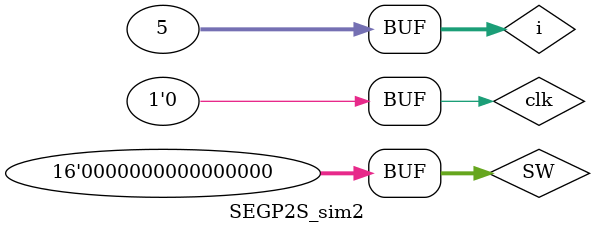
<source format=v>
`timescale 1ns / 1ps
module SEGP2S_sim2;
	reg clk;
	reg [15:0] SW;

	wire SEG_CLK;
	wire SEG_CLR;
	wire SEG_EN;
	wire SEG_DT;
	wire [63:0] num;
	wire [31:0] reg_num;

	SEGP2S uut (
		.clk(clk), 
		.SW(SW), 
		.SEG_CLK(SEG_CLK), 
		.SEG_CLR(SEG_CLR), 
		.SEG_EN(SEG_EN), 
		.SEG_DT(SEG_DT), 
		.num(num), 
		.reg_num(reg_num)
	);

	integer i;
	initial begin
		clk = 0;
		SW = 0;
		#100;
		
		SW[14] = 1;
		for(i = 0; i < 8; i = i + 1)
		begin
			SW[i] = 1;
		end
		#25;
		for (i = 0; i < 8; i = i + 1)
		begin
			SW[i] = 0;
		end
		#25;
		
		SW[14] = 0;
		SW[7] = 1; #25;
		SW[7] = 0; #25;
		SW[7] = 1; #25;
		SW[7] = 0; #25;
		SW[5] = 1; #25;
		SW[5] = 0; #25;
		
		for(i = 0; i < 2; i = i + 1)
		begin
			SW[3] = 1; #25; 
			SW[3] = 0; #25;
		end
		for(i = 0; i < 5; i = i + 1)begin
			SW[2] = 1; #25; 
			SW[2] = 0; #25;
		end
		for(i = 0; i < 3; i = i + 1)
		begin
			SW[1] = 1; #25;
			SW[1] = 0; #25;
		end
		for(i = 0; i < 5; i = i + 1)
		begin
			SW[0] = 1; #25;
			SW[0] = 0; #25;
		end
		
		SW[14] = 0; #500;
		SW[15] = 1; #20;
		SW[15] = 0;
	end
	always begin
		clk = 1; #10;
		clk = 0; #10;
	end
      
endmodule


</source>
